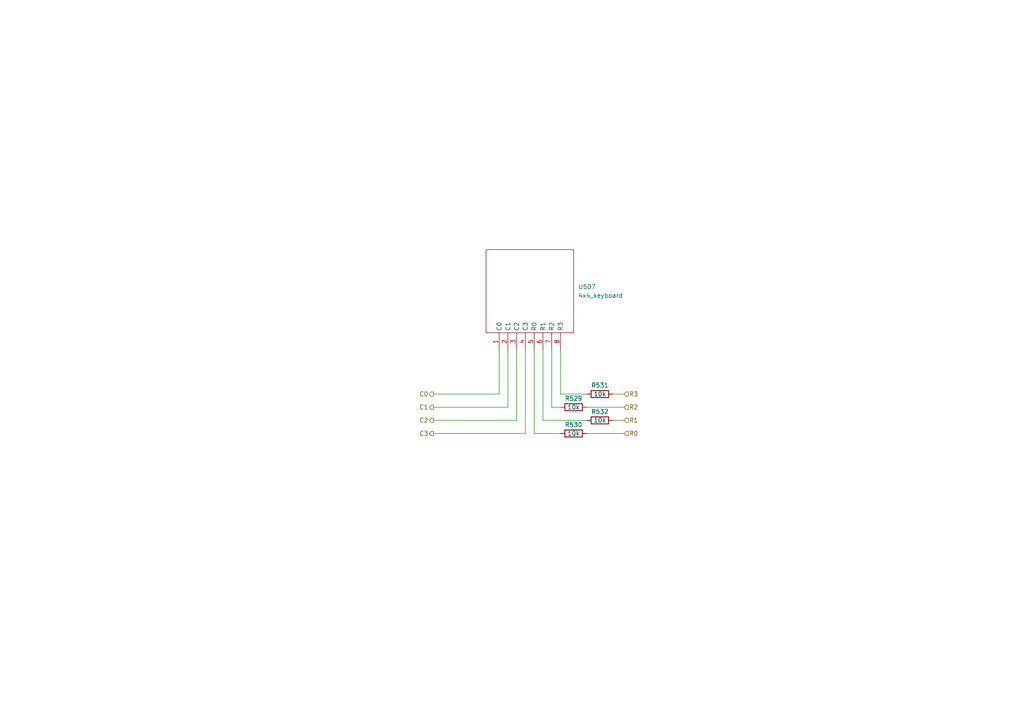
<source format=kicad_sch>
(kicad_sch (version 20211123) (generator eeschema)
  (paper "A4")
  (title_block (title "VGA Centrifuge") (date "2022-10-05") (rev "R4") (comment 1 "Author: Håvard Krogstie") (comment 2 "Keypad"))
  (lib_symbols
    (symbol "Device:R" (pin_numbers hide) (pin_names (offset 0))
      (property "Reference" "R" (at 2.032 0 90))
      (property "Value" "R" (at 0 0 90))
      (symbol "R_0_1"
        (rectangle (start -1.016 -2.54) (end 1.016 2.54) (stroke (width 0.254)))
      )
      (symbol "R_1_1"
        (pin passive line (at 0 3.81 270) (length 1.27) (name "~") (number "1"))
        (pin passive line (at 0 -3.81 90) (length 1.27) (name "~") (number "2"))
      )
    )
    (symbol "mcu_centrifuge_library:4x4_keyboard" (in_bom no)
      (property "Reference" "U?" (at 13.97 5.7151 0))
      (property "Value" "4x4_keyboard" (at 13.97 3.1751 0))
      (symbol "4x4_keyboard_0_1"
        (rectangle (start -12.7 19.05) (end 12.7 -5.08))
      )
      (symbol "4x4_keyboard_1_1"
        (pin bidirectional line (at -8.89 -10.16 90) (length 5.08) (name "C0") (number "1"))
        (pin bidirectional line (at -6.35 -10.16 90) (length 5.08) (name "C1") (number "2"))
        (pin bidirectional line (at -3.81 -10.16 90) (length 5.08) (name "C2") (number "3"))
        (pin bidirectional line (at -1.27 -10.16 90) (length 5.08) (name "C3") (number "4"))
        (pin bidirectional line (at 1.27 -10.16 90) (length 5.08) (name "R0") (number "5"))
        (pin bidirectional line (at 3.81 -10.16 90) (length 5.08) (name "R1") (number "6"))
        (pin bidirectional line (at 6.35 -10.16 90) (length 5.08) (name "R2") (number "7"))
        (pin bidirectional line (at 8.89 -10.16 90) (length 5.08) (name "R3") (number "8"))
      )
    )
  )
  (wire (pts (xy 170.18 125.73) (xy 180.975 125.73)))
  (wire (pts (xy 177.8 114.3) (xy 180.975 114.3)))
  (wire (pts (xy 144.78 114.3) (xy 144.78 101.6)))
  (wire (pts (xy 162.56 125.73) (xy 154.94 125.73)))
  (wire (pts (xy 170.18 121.92) (xy 157.48 121.92)))
  (wire (pts (xy 170.18 118.11) (xy 180.975 118.11)))
  (wire (pts (xy 162.56 114.3) (xy 162.56 101.6)))
  (wire (pts (xy 162.56 118.11) (xy 160.02 118.11)))
  (wire (pts (xy 125.73 121.92) (xy 149.86 121.92)))
  (wire (pts (xy 177.8 121.92) (xy 180.975 121.92)))
  (wire (pts (xy 152.4 125.73) (xy 152.4 101.6)))
  (wire (pts (xy 125.73 125.73) (xy 152.4 125.73)))
  (wire (pts (xy 157.48 121.92) (xy 157.48 101.6)))
  (wire (pts (xy 170.18 114.3) (xy 162.56 114.3)))
  (wire (pts (xy 125.73 118.11) (xy 147.32 118.11)))
  (wire (pts (xy 147.32 118.11) (xy 147.32 101.6)))
  (wire (pts (xy 160.02 118.11) (xy 160.02 101.6)))
  (wire (pts (xy 154.94 125.73) (xy 154.94 101.6)))
  (wire (pts (xy 149.86 121.92) (xy 149.86 101.6)))
  (wire (pts (xy 125.73 114.3) (xy 144.78 114.3)))
  (hierarchical_label "C1" (shape output) (at 125.73 118.11 180))
  (hierarchical_label "R0" (shape input) (at 180.975 125.73 0))
  (hierarchical_label "R3" (shape input) (at 180.975 114.3 0))
  (hierarchical_label "C2" (shape output) (at 125.73 121.92 180))
  (hierarchical_label "C0" (shape output) (at 125.73 114.3 180))
  (hierarchical_label "C3" (shape output) (at 125.73 125.73 180))
  (hierarchical_label "R2" (shape input) (at 180.975 118.11 0))
  (hierarchical_label "R1" (shape input) (at 180.975 121.92 0))
  (symbol (lib_id "mcu_centrifuge_library:4x4_keyboard") (at 153.67 91.44 0) (unit 1)
    (property "Reference" "U507" (at 167.64 83.1849 0) (effects (justify left)))
    (property "Value" "4x4_keyboard" (at 167.64 85.7249 0) (effects (justify left)))
    (property "Footprint" "centrifuge_mcu:Adafruit 3844" (effects hide))
    (property "Datasheet" "https://no.mouser.com/ProductDetail/Adafruit/3844?qs=qSfuJ%252Bfl%2Fd6WS5%252BJGim1hw%3D%3D" (effects hide))
  )
  (symbol (lib_id "Device:R") (at 166.37 118.11 90) (unit 1)
    (property "Reference" "R529" (at 166.37 115.57 90))
    (property "Value" "10k" (at 166.37 118.11 90))
    (property "Footprint" "Resistor_SMD:R_0805_2012Metric_Pad1.20x1.40mm_HandSolder" (effects hide))
    (property "Purchase" "https://www.digikey.no/no/products/detail/yageo/AC0805FR-0710KL/2827834" (effects hide))
  )
  (symbol (lib_id "Device:R") (at 173.99 114.3 90) (unit 1)
    (property "Reference" "R531" (at 173.99 111.76 90))
    (property "Value" "10k" (at 173.99 114.3 90))
    (property "Footprint" "Resistor_SMD:R_0805_2012Metric_Pad1.20x1.40mm_HandSolder" (effects hide))
    (property "Purchase" "https://www.digikey.no/no/products/detail/yageo/AC0805FR-0710KL/2827834" (effects hide))
  )
  (symbol (lib_id "Device:R") (at 173.99 121.92 90) (unit 1)
    (property "Reference" "R532" (at 173.99 119.38 90))
    (property "Value" "10k" (at 173.99 121.92 90))
    (property "Footprint" "Resistor_SMD:R_0805_2012Metric_Pad1.20x1.40mm_HandSolder" (effects hide))
    (property "Purchase" "https://www.digikey.no/no/products/detail/yageo/AC0805FR-0710KL/2827834" (effects hide))
  )
  (symbol (lib_id "Device:R") (at 166.37 125.73 90) (unit 1)
    (property "Reference" "R530" (at 166.37 123.19 90))
    (property "Value" "10k" (at 166.37 125.73 90))
    (property "Footprint" "Resistor_SMD:R_0805_2012Metric_Pad1.20x1.40mm_HandSolder" (effects hide))
    (property "Purchase" "https://www.digikey.no/no/products/detail/yageo/AC0805FR-0710KL/2827834" (effects hide))
  )
)
</source>
